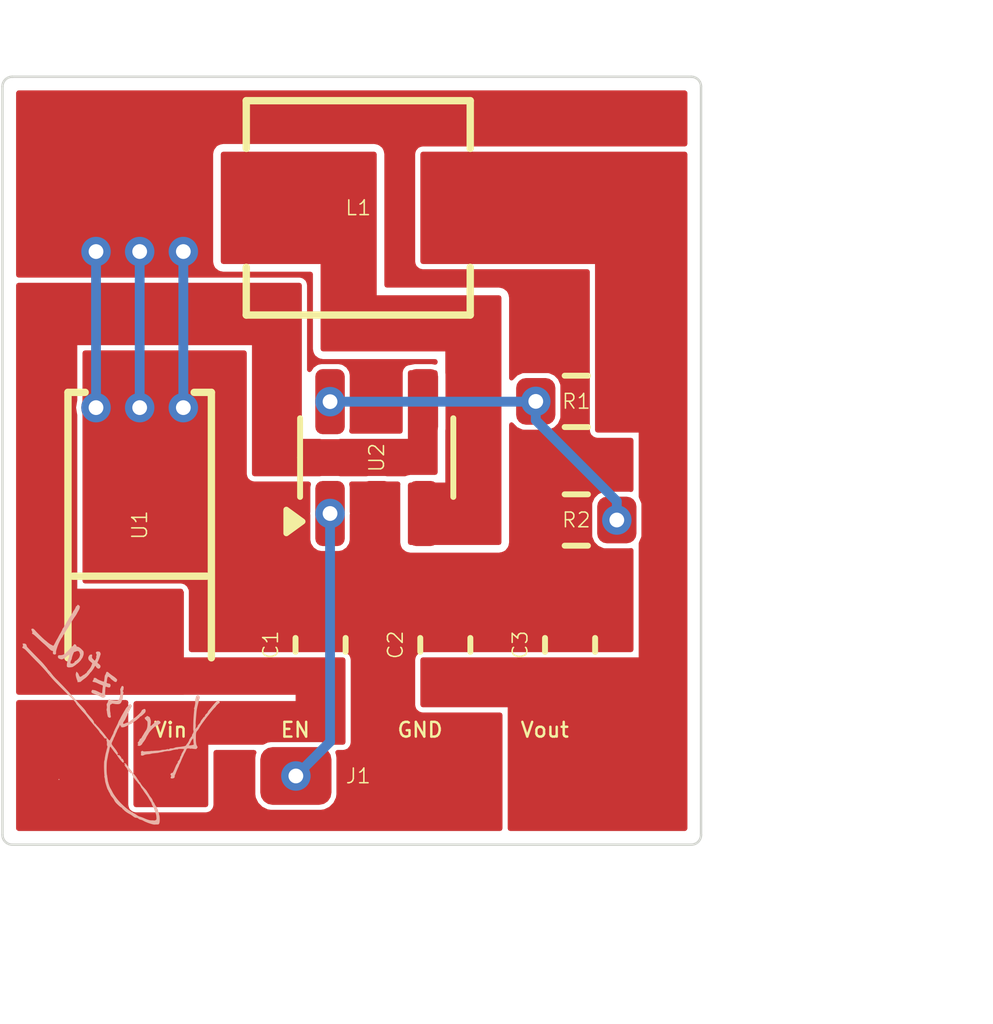
<source format=kicad_pcb>
(kicad_pcb (version 20240108) (generator "pcbnew") (generator_version "8.0")
  (title_block (date "2024-11-20") (company "Krysztal Huang <krysztal.huang@outlook.com>"))
  (layers (0 "F.Cu" signal) (31 "B.Cu" signal) (34 "B.Paste" user) (35 "F.Paste" user) (36 "B.SilkS" user "B.Silkscreen") (37 "F.SilkS" user "F.Silkscreen") (38 "B.Mask" user) (39 "F.Mask" user) (44 "Edge.Cuts" user))
  (net 0 "")
  (net 1 "/Vin")
  (net 2 "GND")
  (net 3 "/Vout")
  (net 4 "/EN")
  (net 5 "Net-(U2-SW)")
  (net 6 "Net-(U2-FB)")
  (footprint "easyeda2kicad:IND-SMD_L4.4-W4.2" (layer "F.Cu") (at 130.9425 81.026 180)
    (property "Reference" "L1" (at 0 0 0) (layer "F.SilkS") (effects (font (size 0.3 0.3) (thickness 0.03))))
    (property "Value" "2.2uH")
    (pad "1" smd rect (at 2.03 0 180) (size 1.4 2.12) (layers "F.Cu" "F.Paste" "F.Mask") (net 5 "Net-(U2-SW)"))
    (pad "2" smd rect (at -2.03 0 180) (size 1.4 2.12) (layers "F.Cu" "F.Paste" "F.Mask") (net 3 "/Vout"))
  )
  (footprint "Package_TO_SOT_SMD:SOT-23-5" (layer "F.Cu") (at 131.318 86.106 90)
    (property "Reference" "U2" (at 0 0 90) (layer "F.SilkS") (effects (font (size 0.3 0.3) (thickness 0.03))))
    (property "Value" "TLV62569DBV" (hide yes))
    (pad "1" smd roundrect (at -1.1375 -0.95 90) (size 1.325 0.6) (layers "F.Cu" "F.Paste" "F.Mask") (net 4 "/EN"))
    (pad "2" smd roundrect (at -1.1375 0 90) (size 1.325 0.6) (layers "F.Cu" "F.Paste" "F.Mask") (net 2 "GND"))
    (pad "3" smd roundrect (at -1.1375 0.95 90) (size 1.325 0.6) (layers "F.Cu" "F.Paste" "F.Mask") (net 5 "Net-(U2-SW)"))
    (pad "4" smd roundrect (at 1.1375 0.95 90) (size 1.325 0.6) (layers "F.Cu" "F.Paste" "F.Mask") (net 1 "/Vin"))
    (pad "5" smd roundrect (at 1.1375 -0.95 90) (size 1.325 0.6) (layers "F.Cu" "F.Paste" "F.Mask") (net 6 "Net-(U2-FB)"))
  )
  (footprint "Capacitor_SMD:C_0603_1608Metric" (layer "F.Cu") (at 130.175 89.916 90)
    (property "Reference" "C1" (at 0 -1.016 90) (layer "F.SilkS") (effects (font (size 0.3 0.3) (thickness 0.03))))
    (property "Value" "4.7uF")
    (pad "1" smd roundrect (at -0.775 0 90) (size 0.9 0.95) (layers "F.Cu" "F.Paste" "F.Mask") (net 1 "/Vin"))
    (pad "2" smd roundrect (at 0.775 0 90) (size 0.9 0.95) (layers "F.Cu" "F.Paste" "F.Mask") (net 2 "GND"))
  )
  (footprint "easyeda2kicad:SMA_L4.3-W2.7-LS5.1-RD" (layer "F.Cu") (at 126.492 87.479 90)
    (property "Reference" "U1" (at 0 0 90) (layer "F.SilkS") (effects (font (size 0.3 0.3) (thickness 0.03))))
    (property "Value" "SMAJ17A" (hide yes))
    (pad "1" smd rect (at -2.4 0 90) (size 2.1 1.8) (layers "F.Cu" "F.Paste" "F.Mask") (net 1 "/Vin"))
    (pad "2" smd rect (at 2.4 0 90) (size 2.1 1.8) (layers "F.Cu" "F.Paste" "F.Mask") (net 2 "GND"))
  )
  (footprint "Capacitor_SMD:C_0603_1608Metric" (layer "F.Cu") (at 135.255 89.916 -90)
    (property "Reference" "C3" (at 0 1.016 -90) (layer "F.SilkS") (effects (font (size 0.3 0.3) (thickness 0.03))))
    (property "Value" "15pF")
    (pad "1" smd roundrect (at -0.775 0 270) (size 0.9 0.95) (layers "F.Cu" "F.Paste" "F.Mask") (net 2 "GND"))
    (pad "2" smd roundrect (at 0.775 0 270) (size 0.9 0.95) (layers "F.Cu" "F.Paste" "F.Mask") (net 3 "/Vout"))
  )
  (footprint "Resistor_SMD:R_0603_1608Metric" (layer "F.Cu") (at 135.382 87.376)
    (property "Reference" "R2" (at 0 0 0) (layer "F.SilkS") (effects (font (size 0.3 0.3) (thickness 0.03))))
    (property "Value" "R")
    (pad "1" smd roundrect (at -0.825 0) (size 0.8 0.95) (layers "F.Cu" "F.Paste" "F.Mask") (net 2 "GND"))
    (pad "2" smd roundrect (at 0.825 0) (size 0.8 0.95) (layers "F.Cu" "F.Paste" "F.Mask") (net 6 "Net-(U2-FB)"))
  )
  (footprint "Capacitor_SMD:C_0603_1608Metric" (layer "F.Cu") (at 132.715 89.916 -90)
    (property "Reference" "C2" (at 0 1.016 -90) (layer "F.SilkS") (effects (font (size 0.3 0.3) (thickness 0.03))))
    (property "Value" "15pF")
    (pad "1" smd roundrect (at -0.775 0 270) (size 0.9 0.95) (layers "F.Cu" "F.Paste" "F.Mask") (net 2 "GND"))
    (pad "2" smd roundrect (at 0.775 0 270) (size 0.9 0.95) (layers "F.Cu" "F.Paste" "F.Mask") (net 3 "/Vout"))
  )
  (footprint "pad:Empty_01x04_Pad" (layer "F.Cu") (at 130.9423 92.583)
    (property "Reference" "J1" (at 0 0 0) (layer "F.SilkS") (effects (font (size 0.3 0.3) (thickness 0.03))))
    (property "Value" "~" (hide yes))
    (pad "1" smd roundrect (at -3.8096 0 90) (size 1.175 1.45) (layers "F.Cu" "F.Paste" "F.Mask") (roundrect_rratio 0.212766) (net 1 "/Vin"))
    (pad "2" smd roundrect (at -1.27 0 90) (size 1.175 1.45) (layers "F.Cu" "F.Paste" "F.Mask") (roundrect_rratio 0.212766) (net 4 "/EN"))
    (pad "3" smd roundrect (at 1.2704 0 90) (size 1.175 1.45) (layers "F.Cu" "F.Paste" "F.Mask") (roundrect_rratio 0.212766) (net 2 "GND"))
    (pad "4" smd roundrect (at 3.81 0 90) (size 1.175 1.45) (layers "F.Cu" "F.Paste" "F.Mask") (roundrect_rratio 0.212766) (net 3 "/Vout"))
  )
  (footprint "Resistor_SMD:R_0603_1608Metric" (layer "F.Cu") (at 135.382 84.963)
    (property "Reference" "R1" (at 0 0 0) (layer "F.SilkS") (effects (font (size 0.3 0.3) (thickness 0.03))))
    (property "Value" "R")
    (pad "1" smd roundrect (at -0.825 0) (size 0.8 0.95) (layers "F.Cu" "F.Paste" "F.Mask") (net 6 "Net-(U2-FB)"))
    (pad "2" smd roundrect (at 0.825 0) (size 0.8 0.95) (layers "F.Cu" "F.Paste" "F.Mask") (net 3 "/Vout"))
  )
  (footprint "LOGO" (layer "B.Cu") (at 127.55892 79.14356 180)
    (property "Reference" "G***" (hide yes))
    (property "Value" "LOGO" (hide yes))
  )
  (gr_arc (start 137.922 93.78) (mid 137.863421 93.921421) (end 137.722 93.98) (stroke (width 0.05)) (layer "Edge.Cuts"))
  (gr_arc (start 123.898 93.98) (mid 123.756579 93.921421) (end 123.698 93.78) (stroke (width 0.05)) (layer "Edge.Cuts"))
  (gr_line (start 123.898 93.98) (end 137.722 93.98) (stroke (width 0.05)) (layer "Edge.Cuts"))
  (gr_arc (start 123.698 78.559) (mid 123.756579 78.417579) (end 123.898 78.359) (stroke (width 0.05)) (layer "Edge.Cuts"))
  (gr_line (start 137.922 93.78) (end 137.922 78.559) (stroke (width 0.05)) (layer "Edge.Cuts"))
  (gr_line (start 123.698 78.559) (end 123.698 93.78) (stroke (width 0.05)) (layer "Edge.Cuts"))
  (gr_line (start 137.722 78.359) (end 123.898 78.359) (stroke (width 0.05)) (layer "Edge.Cuts"))
  (gr_arc (start 137.722 78.359) (mid 137.863421 78.417579) (end 137.922 78.559) (stroke (width 0.05)) (layer "Edge.Cuts"))
  (gr_text "EN" (at 129.334443 91.821 0) (layer "F.SilkS") (effects (font (size 0.3 0.3) (thickness 0.05) (bold yes)) (justify left bottom)))
  (gr_text "GND" (at 131.710557 91.821 0) (layer "F.SilkS") (effects (font (size 0.3 0.3) (thickness 0.05) (bold yes)) (justify left bottom)))
  (gr_text "Vin" (at 126.751986 91.821 0) (layer "F.SilkS") (effects (font (size 0.3 0.3) (thickness 0.05) (bold yes)) (justify left bottom)))
  (gr_text "Vout" (at 134.221585 91.821 0) (layer "F.SilkS") (effects (font (size 0.3 0.3) (thickness 0.05) (bold yes)) (justify left bottom)))
  (via (at 126.492 85.09) (size 0.6) (drill 0.3) (layers "F.Cu" "B.Cu") (net 2))
  (via (at 125.603 85.09) (size 0.6) (drill 0.3) (layers "F.Cu" "B.Cu") (net 2))
  (via (at 126.492 81.915) (size 0.6) (drill 0.3) (layers "F.Cu" "B.Cu") (net 2))
  (via (at 127.381 85.09) (size 0.6) (drill 0.3) (layers "F.Cu" "B.Cu") (net 2))
  (via (at 127.381 81.915) (size 0.6) (drill 0.3) (layers "F.Cu" "B.Cu") (net 2))
  (via (at 125.603 81.915) (size 0.6) (drill 0.3) (layers "F.Cu" "B.Cu") (net 2))
  (segment (start 126.492 85.079) (end 126.492 81.915) (width 0.2) (layer "B.Cu") (net 2))
  (segment (start 127.381 81.915) (end 127.381 85.09) (width 0.2) (layer "B.Cu") (net 2))
  (segment (start 125.603 81.915) (end 125.603 85.09) (width 0.2) (layer "B.Cu") (net 2))
  (via (at 130.368 87.2435) (size 0.6) (drill 0.3) (layers "F.Cu" "B.Cu") (net 4))
  (via (at 129.6723 92.583) (size 0.6) (drill 0.3) (layers "F.Cu" "B.Cu") (net 4))
  (segment (start 130.368 91.8873) (end 130.368 87.2435) (width 0.2) (layer "B.Cu") (net 4))
  (segment (start 129.6723 92.583) (end 130.368 91.8873) (width 0.2) (layer "B.Cu") (net 4))
  (via (at 136.207 87.376) (size 0.6) (drill 0.3) (layers "F.Cu" "B.Cu") (net 6))
  (via (at 130.368 84.9685) (size 0.6) (drill 0.3) (layers "F.Cu" "B.Cu") (net 6))
  (via (at 134.557 84.963) (size 0.6) (drill 0.3) (layers "F.Cu" "B.Cu") (net 6))
  (segment (start 134.5515 84.9685) (end 130.368 84.9685) (width 0.2) (layer "B.Cu") (net 6))
  (segment (start 134.557 84.963) (end 134.557 85.345) (width 0.2) (layer "B.Cu") (net 6))
  (segment (start 136.207 86.995) (end 136.207 87.376) (width 0.2) (layer "B.Cu") (net 6))
  (segment (start 134.557 84.963) (end 134.5515 84.9685) (width 0.2) (layer "B.Cu") (net 6))
  (segment (start 134.557 85.345) (end 136.207 86.995) (width 0.2) (layer "B.Cu") (net 6))
  (zone (net 5) (net_name "Net-(U2-SW)") (layer "F.Cu") (priority 3) (connect_pads yes (clearance 0.15)) (min_thickness 0.1) (fill yes (thermal_gap 0.2) (thermal_bridge_width 0.2) (smoothing fillet) (island_removal_mode 1) (island_area_min 10))
    (polygon (pts (xy 128.143 79.883) (xy 131.318 79.883) (xy 131.318 82.804) (xy 133.858 82.804) (xy 133.858 87.884) (xy 131.953 87.884) (xy 131.953 86.614) (xy 132.715 86.614) (xy 132.715 83.947) (xy 130.175 83.947) (xy 130.175 82.169) (xy 128.143 82.169)))
  )
  (zone (net 2) (net_name "GND") (layer "F.Cu") (connect_pads yes (clearance 0.1)) (min_thickness 0.1) (fill yes (thermal_gap 0.2) (thermal_bridge_width 0.2) (smoothing fillet))
    (polygon (pts (xy 123.825 78.486) (xy 137.795 78.486) (xy 137.795 93.853) (xy 123.825 93.853)))
  )
  (zone (net 1) (net_name "/Vin") (layer "F.Cu") (priority 2) (connect_pads yes (clearance 0.1)) (min_thickness 0.1) (fill yes (thermal_gap 0.2) (thermal_bridge_width 0.2) (smoothing fillet) (island_removal_mode 1) (island_area_min 10))
    (polygon (pts (xy 129.667 91.059) (xy 129.667 90.932) (xy 123.825 90.932) (xy 123.825 82.55) (xy 129.794 82.55) (xy 129.794 83.82) (xy 129.794 85.725) (xy 131.953 85.725) (xy 131.953 84.328) (xy 132.588 84.328) (xy 132.588 85.725) (xy 132.588 86.487) (xy 129.794 86.487) (xy 128.778 86.487) (xy 128.778 83.82) (xy 125.222 83.82) (xy 125.222 88.773) (xy 127.381 88.773) (xy 127.381 90.17) (xy 130.683 90.17) (xy 130.683 91.948) (xy 127.889 91.948) (xy 127.889 93.218) (xy 126.365 93.218) (xy 126.365 91.059)))
  )
  (zone (net 3) (net_name "/Vout") (layer "F.Cu") (priority 1) (connect_pads yes (clearance 0.1)) (min_thickness 0.1) (fill yes (thermal_gap 0.2) (thermal_bridge_width 0.2) (smoothing fillet) (island_removal_mode 1) (island_area_min 10))
    (polygon (pts (xy 132.207 79.883) (xy 132.207 82.169) (xy 135.763 82.169) (xy 135.763 85.598) (xy 136.652 85.598) (xy 136.652 90.17) (xy 133.604 90.17) (xy 132.207 90.17) (xy 132.207 91.186) (xy 133.985 91.186) (xy 133.985 93.853) (xy 137.795 93.853) (xy 137.795 79.883)))
  )
)
</source>
